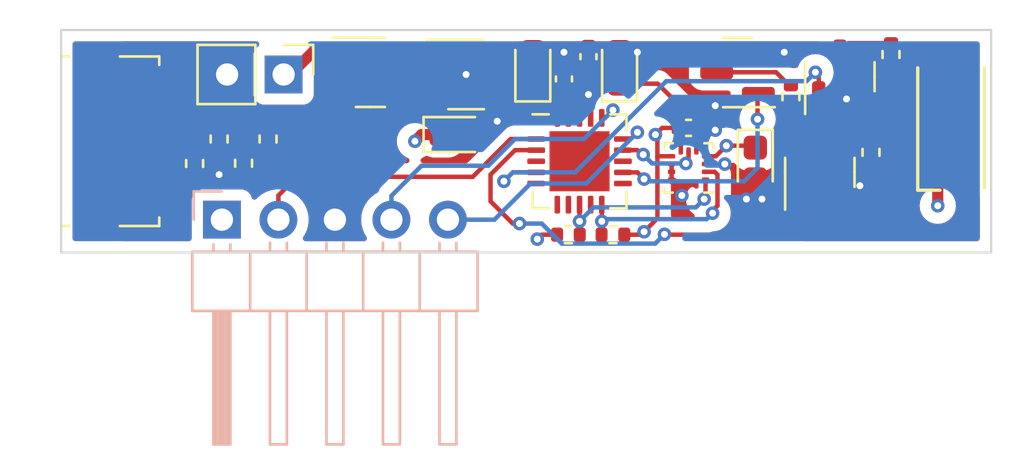
<source format=kicad_pcb>
(kicad_pcb (version 20211014) (generator pcbnew)
  (title_block (title "Motion Sensor Experience") (date "2022-06-09") (rev "0.1") (company "Emin Yaren"))
  (layers (0 "F.Cu" signal "Ö.Bkr") (1 "In1.Cu" signal "İç1.Bkr") (2 "In2.Cu" signal "İç2.Bkr") (31 "B.Cu" signal "A.Bkr") (34 "B.Paste" user "A.Krem Lehim") (35 "F.Paste" user "Ö.Krem Lehim") (36 "B.SilkS" user "A. ipek baskı") (37 "F.SilkS" user "Ö.İpek baskı") (38 "B.Mask" user "A.Maske") (39 "F.Mask" user "Ö.Maske") (44 "Edge.Cuts" user "Kenar.Kesimleri"))
  (net 0 "")
  (net 1 "VDD")
  (net 2 "GND")
  (net 3 "VCC")
  (net 4 "+3V3")
  (net 5 "+5V")
  (net 6 "Net-(D2-Pad2)")
  (net 7 "Net-(D2-Pad3)")
  (net 8 "Net-(D2-Pad4)")
  (net 9 "D-")
  (net 10 "D+")
  (net 12 "unconnected-(J1-Pad6)")
  (net 13 "MCLR")
  (net 14 "ICPDDAT")
  (net 15 "ICPCLK")
  (net 16 "RED")
  (net 17 "Net-(Q1-Pad3)")
  (net 18 "GREEN")
  (net 19 "Net-(Q2-Pad3)")
  (net 20 "BLUE")
  (net 21 "Net-(Q3-Pad3)")
  (net 22 "SDA{slash}SDI")
  (net 23 "SCL{slash}SPC")
  (net 30 "INT")
  (footprint "Resistor_SMD:R_0402_1005Metric" (layer "F.Cu") (at 27.7 23.59 -90)
    (fp_text reference "R4")
    (fp_text value "10K")
    (fp_line (start -0.153641 0.38) (end 0.153641 0.38) (layer "F.SilkS") (width 0.12))
    (fp_line (start -0.153641 -0.38) (end 0.153641 -0.38) (layer "F.SilkS") (width 0.12))
    (pad "1" smd roundrect (at -0.51 0 270) (size 0.54 0.64) (layers "F.Cu" "F.Paste" "F.Mask") (net 9 "D-"))
    (pad "2" smd roundrect (at 0.51 0 270) (size 0.54 0.64) (layers "F.Cu" "F.Paste" "F.Mask") (net 2 "GND"))
  )
  (footprint "Capacitor_Tantalum_SMD:CP_EIA-1608-08_AVX-J" (layer "F.Cu") (at 50.7 23.6 -90)
    (fp_text reference "C7")
    (fp_text value "10u aluminium")
    (fp_line (start -1.51 -0.785) (end -1.51 0.785) (layer "F.SilkS") (width 0.12))
    (fp_line (start -1.51 0.785) (end 0.8 0.785) (layer "F.SilkS") (width 0.12))
    (fp_line (start 0.8 -0.785) (end -1.51 -0.785) (layer "F.SilkS") (width 0.12))
    (pad "1" smd roundrect (at -0.7125 0 270) (size 1.075 1.05) (layers "F.Cu" "F.Paste" "F.Mask") (roundrect_rratio 0.2380952381) (net 4 "+3V3"))
    (pad "2" smd roundrect (at 0.7125 0 270) (size 1.075 1.05) (layers "F.Cu" "F.Paste" "F.Mask") (roundrect_rratio 0.2380952381) (net 2 "GND"))
  )
  (footprint "Package_TO_SOT_SMD:SOT-23" (layer "F.Cu") (at 54.5 19.7 90)
    (fp_text reference "Q2")
    (fp_text value "2N7002")
    (fp_line (start 0 -1.56) (end 0.65 -1.56) (layer "F.SilkS") (width 0.12))
    (fp_line (start 0 -1.56) (end -1.675 -1.56) (layer "F.SilkS") (width 0.12))
    (fp_line (start 0 1.56) (end -0.65 1.56) (layer "F.SilkS") (width 0.12))
    (fp_line (start 0 1.56) (end 0.65 1.56) (layer "F.SilkS") (width 0.12))
    (pad "1" smd roundrect (at -0.9375 -0.95 90) (size 1.475 0.6) (layers "F.Cu" "F.Paste" "F.Mask") (net 18 "GREEN"))
    (pad "2" smd roundrect (at -0.9375 0.95 90) (size 1.475 0.6) (layers "F.Cu" "F.Paste" "F.Mask") (net 2 "GND"))
    (pad "3" smd roundrect (at 0.9375 0 90) (size 1.475 0.6) (layers "F.Cu" "F.Paste" "F.Mask") (net 19 "Net-(Q2-Pad3)"))
  )
  (footprint "Resistor_SMD:R_0402_1005Metric" (layer "F.Cu") (at 42.3 26.8)
    (fp_text reference "R9")
    (fp_text value "10K")
    (fp_line (start -0.153641 0.38) (end 0.153641 0.38) (layer "F.SilkS") (width 0.12))
    (fp_line (start -0.153641 -0.38) (end 0.153641 -0.38) (layer "F.SilkS") (width 0.12))
    (pad "1" smd roundrect (at -0.51 0) (size 0.54 0.64) (layers "F.Cu" "F.Paste" "F.Mask") (net 4 "+3V3"))
    (pad "2" smd roundrect (at 0.51 0) (size 0.54 0.64) (layers "F.Cu" "F.Paste" "F.Mask") (net 23 "SCL{slash}SPC"))
  )
  (footprint "Capacitor_SMD:C_0402_1005Metric" (layer "F.Cu") (at 42.1 19.8 90)
    (fp_text reference "C5")
    (fp_text value "100n")
    (fp_line (start -0.107836 -0.36) (end 0.107836 -0.36) (layer "F.SilkS") (width 0.12))
    (fp_line (start -0.107836 0.36) (end 0.107836 0.36) (layer "F.SilkS") (width 0.12))
    (pad "1" smd roundrect (at -0.48 0 90) (size 0.56 0.62) (layers "F.Cu" "F.Paste" "F.Mask") (net 4 "+3V3"))
    (pad "2" smd roundrect (at 0.48 0 90) (size 0.56 0.62) (layers "F.Cu" "F.Paste" "F.Mask") (net 2 "GND"))
  )
  (footprint "Connector_USB:USB_Micro-B_Molex_47346-0001" (layer "F.Cu") (at 22.2 22.6 -90)
    (fp_text reference "J1")
    (fp_text value "USB_B_Micro")
    (fp_line (start -3.81 -1.71) (end -3.43 -1.71) (layer "F.SilkS") (width 0.12))
    (fp_line (start 3.81 -1.71) (end 3.43 -1.71) (layer "F.SilkS") (width 0.12))
    (fp_line (start 3.81 2.34) (end 3.81 2.6) (layer "F.SilkS") (width 0.12))
    (fp_line (start 3.81 -1.71) (end 3.81 0.06) (layer "F.SilkS") (width 0.12))
    (fp_line (start -3.81 0.06) (end -3.81 -1.71) (layer "F.SilkS") (width 0.12))
    (fp_line (start -3.81 2.6) (end -3.81 2.34) (layer "F.SilkS") (width 0.12))
    (pad "1" smd rect (at -1.3 -1.46 270) (size 0.45 1.38) (layers "F.Cu" "F.Paste" "F.Mask") (net 5 "+5V"))
    (pad "2" smd rect (at -0.65 -1.46 270) (size 0.45 1.38) (layers "F.Cu" "F.Paste" "F.Mask") (net 9 "D-"))
    (pad "3" smd rect (at 0 -1.46 270) (size 0.45 1.38) (layers "F.Cu" "F.Paste" "F.Mask") (net 10 "D+"))
    (pad "4" smd rect (at 0.65 -1.46 270) (size 0.45 1.38) (layers "F.Cu" "F.Paste" "F.Mask"))
    (pad "5" smd rect (at 1.3 -1.46 270) (size 0.45 1.38) (layers "F.Cu" "F.Paste" "F.Mask") (net 2 "GND"))
    (pad "6" smd rect (at -2.4875 -1.375 270) (size 1.425 1.55) (layers "F.Cu" "F.Paste" "F.Mask") (net 12 "unconnected-(J1-Pad6)"))
    (pad "6" smd rect (at 2.4875 -1.375 270) (size 1.425 1.55) (layers "F.Cu" "F.Paste" "F.Mask") (net 12 "unconnected-(J1-Pad6)"))
    (pad "6" smd rect (at 1.55 1.2 270) (size 1 1.9) (layers "F.Cu" "F.Paste" "F.Mask") (net 12 "unconnected-(J1-Pad6)"))
    (pad "6" smd rect (at -1.15 1.2 270) (size 1.8 1.9) (layers "F.Cu" "F.Paste" "F.Mask") (net 12 "unconnected-(J1-Pad6)"))
    (pad "6" smd rect (at -3.375 1.2 270) (size 1.65 1.3) (layers "F.Cu" "F.Paste" "F.Mask") (net 12 "unconnected-(J1-Pad6)"))
    (pad "6" smd rect (at 3.375 1.2 270) (size 1.65 1.3) (layers "F.Cu" "F.Paste" "F.Mask") (net 12 "unconnected-(J1-Pad6)"))
  )
  (footprint "Capacitor_Tantalum_SMD:CP_EIA-1608-08_AVX-J" (layer "F.Cu") (at 44.6 19.3 90)
    (fp_text reference "C3")
    (fp_text value "4.7u")
    (fp_line (start 0.8 -0.785) (end -1.51 -0.785) (layer "F.SilkS") (width 0.12))
    (fp_line (start -1.51 -0.785) (end -1.51 0.785) (layer "F.SilkS") (width 0.12))
    (fp_line (start -1.51 0.785) (end 0.8 0.785) (layer "F.SilkS") (width 0.12))
    (pad "1" smd roundrect (at -0.7125 0 90) (size 1.075 1.05) (layers "F.Cu" "F.Paste" "F.Mask") (roundrect_rratio 0.2380952381) (net 4 "+3V3"))
    (pad "2" smd roundrect (at 0.7125 0 90) (size 1.075 1.05) (layers "F.Cu" "F.Paste" "F.Mask") (roundrect_rratio 0.2380952381) (net 2 "GND"))
  )
  (footprint "Package_TO_SOT_SMD:SOT-23-5" (layer "F.Cu") (at 37.7 19.6)
    (fp_text reference "U1")
    (fp_text value "TPS76333")
    (fp_line (start 0 1.56) (end 0.8 1.56) (layer "F.SilkS") (width 0.12))
    (fp_line (start 0 1.56) (end -0.8 1.56) (layer "F.SilkS") (width 0.12))
    (fp_line (start 0 -1.56) (end -1.8 -1.56) (layer "F.SilkS") (width 0.12))
    (fp_line (start 0 -1.56) (end 0.8 -1.56) (layer "F.SilkS") (width 0.12))
    (pad "1" smd roundrect (at -1.1375 -0.95) (size 1.325 0.6) (layers "F.Cu" "F.Paste" "F.Mask") (net 3 "VCC"))
    (pad "2" smd roundrect (at -1.1375 0) (size 1.325 0.6) (layers "F.Cu" "F.Paste" "F.Mask") (net 2 "GND"))
    (pad "3" smd roundrect (at -1.1375 0.95) (size 1.325 0.6) (layers "F.Cu" "F.Paste" "F.Mask") (net 3 "VCC"))
    (pad "4" smd roundrect (at 1.1375 0.95) (size 1.325 0.6) (layers "F.Cu" "F.Paste" "F.Mask"))
    (pad "5" smd roundrect (at 1.1375 -0.95) (size 1.325 0.6) (layers "F.Cu" "F.Paste" "F.Mask") (net 4 "+3V3"))
  )
  (footprint "Package_TO_SOT_SMD:SOT-23" (layer "F.Cu") (at 33.4 19.5)
    (fp_text reference "D1")
    (fp_text value "BAT54C")
    (fp_line (start 0 1.56) (end 0.65 1.56) (layer "F.SilkS") (width 0.12))
    (fp_line (start 0 1.56) (end -0.65 1.56) (layer "F.SilkS") (width 0.12))
    (fp_line (start 0 -1.56) (end 0.65 -1.56) (layer "F.SilkS") (width 0.12))
    (fp_line (start 0 -1.56) (end -1.675 -1.56) (layer "F.SilkS") (width 0.12))
    (pad "1" smd roundrect (at -0.9375 -0.95) (size 1.475 0.6) (layers "F.Cu" "F.Paste" "F.Mask") (net 1 "VDD"))
    (pad "2" smd roundrect (at -0.9375 0.95) (size 1.475 0.6) (layers "F.Cu" "F.Paste" "F.Mask") (net 5 "+5V"))
    (pad "3" smd roundrect (at 0.9375 0) (size 1.475 0.6) (layers "F.Cu" "F.Paste" "F.Mask") (net 3 "VCC"))
  )
  (footprint "Capacitor_Tantalum_SMD:CP_EIA-1608-08_AVX-J" (layer "F.Cu") (at 37.3 22.3)
    (fp_text reference "C1")
    (fp_text value "1u")
    (fp_line (start -1.51 0.785) (end 0.8 0.785) (layer "F.SilkS") (width 0.12))
    (fp_line (start -1.51 -0.785) (end -1.51 0.785) (layer "F.SilkS") (width 0.12))
    (fp_line (start 0.8 -0.785) (end -1.51 -0.785) (layer "F.SilkS") (width 0.12))
    (pad "1" smd roundrect (at -0.7125 0) (size 1.075 1.05) (layers "F.Cu" "F.Paste" "F.Mask") (roundrect_rratio 0.2380952381) (net 3 "VCC"))
    (pad "2" smd roundrect (at 0.7125 0) (size 1.075 1.05) (layers "F.Cu" "F.Paste" "F.Mask") (roundrect_rratio 0.2380952381) (net 2 "GND"))
  )
  (footprint "Resistor_SMD:R_0402_1005Metric" (layer "F.Cu") (at 55.9 23.1 90)
    (fp_text reference "R5")
    (fp_text value "1K")
    (fp_line (start -0.153641 -0.38) (end 0.153641 -0.38) (layer "F.SilkS") (width 0.12))
    (fp_line (start -0.153641 0.38) (end 0.153641 0.38) (layer "F.SilkS") (width 0.12))
    (pad "1" smd roundrect (at -0.51 0 90) (size 0.54 0.64) (layers "F.Cu" "F.Paste" "F.Mask") (net 6 "Net-(D2-Pad2)"))
    (pad "2" smd roundrect (at 0.51 0 90) (size 0.54 0.64) (layers "F.Cu" "F.Paste" "F.Mask") (net 17 "Net-(Q1-Pad3)"))
  )
  (footprint "Package_LGA:LGA-14_2x2mm_P0.35mm_LayoutBorder3x4y" (layer "F.Cu") (at 47.7 23.8 180)
    (fp_text reference "U3")
    (fp_text value "LIS2DH12")
    (fp_line (start 1.11 -1.11) (end 1.11 -0.885) (layer "F.SilkS") (width 0.12))
    (fp_line (start 1.11 1.11) (end 1.11 0.885) (layer "F.SilkS") (width 0.12))
    (fp_line (start -1.11 1.11) (end -1.11 0.885) (layer "F.SilkS") (width 0.12))
    (fp_line (start 0.71 1.11) (end 1.11 1.11) (layer "F.SilkS") (width 0.12))
    (fp_line (start -0.71 1.11) (end -1.11 1.11) (layer "F.SilkS") (width 0.12))
    (fp_line (start 0.71 -1.11) (end 1.11 -1.11) (layer "F.SilkS") (width 0.12))
    (fp_line (start -0.71 -1.11) (end -1.11 -1.11) (layer "F.SilkS") (width 0.12))
    (pad "1" smd roundrect (at -0.7625 -0.525 180) (size 0.325 0.2) (layers "F.Cu" "F.Paste" "F.Mask") (net 23 "SCL{slash}SPC"))
    (pad "2" smd roundrect (at -0.7625 -0.175 180) (size 0.325 0.2) (layers "F.Cu" "F.Paste" "F.Mask") (net 22 "SDA{slash}SDI"))
    (pad "3" smd roundrect (at -0.7625 0.175 180) (size 0.325 0.2) (layers "F.Cu" "F.Paste" "F.Mask") (net 2 "GND"))
    (pad "4" smd roundrect (at -0.7625 0.525 180) (size 0.325 0.2) (layers "F.Cu" "F.Paste" "F.Mask") (net 4 "+3V3"))
    (pad "5" smd roundrect (at -0.35 0.7625 180) (size 0.2 0.325) (layers "F.Cu" "F.Paste" "F.Mask") (net 2 "GND"))
    (pad "6" smd roundrect (at 0 0.7625 180) (size 0.2 0.325) (layers "F.Cu" "F.Paste" "F.Mask") (net 30 "INT"))
    (pad "7" smd roundrect (at 0.35 0.7625 180) (size 0.2 0.325) (layers "F.Cu" "F.Paste" "F.Mask") (net 4 "+3V3"))
    (pad "8" smd roundrect (at 0.7625 0.525 180) (size 0.325 0.2) (layers "F.Cu" "F.Paste" "F.Mask") (net 4 "+3V3"))
    (pad "9" smd roundrect (at 0.7625 0.175 180) (size 0.325 0.2) (layers "F.Cu" "F.Paste" "F.Mask") (net 2 "GND"))
    (pad "10" smd roundrect (at 0.7625 -0.175 180) (size 0.325 0.2) (layers "F.Cu" "F.Paste" "F.Mask") (net 2 "GND"))
    (pad "11" smd roundrect (at 0.7625 -0.525 180) (size 0.325 0.2) (layers "F.Cu" "F.Paste" "F.Mask") (net 2 "GND"))
    (pad "12" smd roundrect (at 0.35 -0.7625 180) (size 0.2 0.325) (layers "F.Cu" "F.Paste" "F.Mask") (net 2 "GND"))
    (pad "13" smd roundrect (at 0 -0.7625 180) (size 0.2 0.325) (layers "F.Cu" "F.Paste" "F.Mask") (net 2 "GND"))
    (pad "14" smd roundrect (at -0.35 -0.7625 180) (size 0.2 0.325) (layers "F.Cu" "F.Paste" "F.Mask") (net 2 "GND"))
  )
  (footprint "Package_TO_SOT_SMD:SOT-23" (layer "F.Cu") (at 53.6 24 90)
    (fp_text reference "Q1")
    (fp_text value "2N7002")
    (fp_line (start 0 -1.56) (end -1.675 -1.56) (layer "F.SilkS") (width 0.12))
    (fp_line (start 0 1.56) (end -0.65 1.56) (layer "F.SilkS") (width 0.12))
    (fp_line (start 0 -1.56) (end 0.65 -1.56) (layer "F.SilkS") (width 0.12))
    (fp_line (start 0 1.56) (end 0.65 1.56) (layer "F.SilkS") (width 0.12))
    (pad "1" smd roundrect (at -0.9375 -0.95 90) (size 1.475 0.6) (layers "F.Cu" "F.Paste" "F.Mask") (net 16 "RED"))
    (pad "2" smd roundrect (at -0.9375 0.95 90) (size 1.475 0.6) (layers "F.Cu" "F.Paste" "F.Mask") (net 2 "GND"))
    (pad "3" smd roundrect (at 0.9375 0 90) (size 1.475 0.6) (layers "F.Cu" "F.Paste" "F.Mask") (net 17 "Net-(Q1-Pad3)"))
  )
  (footprint "Resistor_SMD:R_0402_1005Metric" (layer "F.Cu") (at 26.6 22.5 -90)
    (fp_text reference "R1")
    (fp_text value "5.1K")
    (fp_line (start -0.153641 -0.38) (end 0.153641 -0.38) (layer "F.SilkS") (width 0.12))
    (fp_line (start -0.153641 0.38) (end 0.153641 0.38) (layer "F.SilkS") (width 0.12))
    (pad "1" smd roundrect (at -0.51 0 270) (size 0.54 0.64) (layers "F.Cu" "F.Paste" "F.Mask") (net 5 "+5V"))
    (pad "2" smd roundrect (at 0.51 0 270) (size 0.54 0.64) (layers "F.Cu" "F.Paste" "F.Mask") (net 10 "D+"))
  )
  (footprint "Resistor_SMD:R_0402_1005Metric" (layer "F.Cu") (at 28.8 22.5 -90)
    (fp_text reference "R3")
    (fp_text value "5.1K")
    (fp_line (start -0.153641 -0.38) (end 0.153641 -0.38) (layer "F.SilkS") (width 0.12))
    (fp_line (start -0.153641 0.38) (end 0.153641 0.38) (layer "F.SilkS") (width 0.12))
    (pad "1" smd roundrect (at -0.51 0 270) (size 0.54 0.64) (layers "F.Cu" "F.Paste" "F.Mask") (net 5 "+5V"))
    (pad "2" smd roundrect (at 0.51 0 270) (size 0.54 0.64) (layers "F.Cu" "F.Paste" "F.Mask") (net 9 "D-"))
  )
  (footprint "Resistor_SMD:R_0402_1005Metric" (layer "F.Cu") (at 52.3 20.6 90)
    (fp_text reference "R7")
    (fp_text value "1K")
    (fp_line (start -0.153641 -0.38) (end 0.153641 -0.38) (layer "F.SilkS") (width 0.12))
    (fp_line (start -0.153641 0.38) (end 0.153641 0.38) (layer "F.SilkS") (width 0.12))
    (pad "1" smd roundrect (at -0.51 0 90) (size 0.54 0.64) (layers "F.Cu" "F.Paste" "F.Mask") (net 8 "Net-(D2-Pad4)"))
    (pad "2" smd roundrect (at 0.51 0 90) (size 0.54 0.64) (layers "F.Cu" "F.Paste" "F.Mask") (net 21 "Net-(Q3-Pad3)"))
  )
  (footprint "Capacitor_SMD:C_0402_1005Metric" (layer "F.Cu") (at 43.2 18.8 90)
    (fp_text reference "C6")
    (fp_text value "100n")
    (fp_line (start -0.107836 -0.36) (end 0.107836 -0.36) (layer "F.SilkS") (width 0.12))
    (fp_line (start -0.107836 0.36) (end 0.107836 0.36) (layer "F.SilkS") (width 0.12))
    (pad "1" smd roundrect (at -0.48 0 90) (size 0.56 0.62) (layers "F.Cu" "F.Paste" "F.Mask") (net 4 "+3V3"))
    (pad "2" smd roundrect (at 0.48 0 90) (size 0.56 0.62) (layers "F.Cu" "F.Paste" "F.Mask") (net 2 "GND"))
  )
  (footprint "LED_SMD:LED_RGB_1210" (layer "F.Cu") (at 59.5 22 90)
    (fp_text reference "D2")
    (fp_text value "LED_ARGB")
    (fp_line (start -2.8 -0.5) (end -2.8 -1.5) (layer "F.SilkS") (width 0.15))
    (fp_line (start 2.7 -1.5) (end -2.8 -1.5) (layer "F.SilkS") (width 0.15))
    (fp_line (start 2.7 1.5) (end -2.7 1.5) (layer "F.SilkS") (width 0.15))
    (pad "1" smd rect (at -1.75 -0.7 270) (size 1.5 1) (layers "F.Cu" "F.Paste" "F.Mask") (net 3 "VCC"))
    (pad "2" smd rect (at -1.75 0.7 270) (size 1.5 1) (layers "F.Cu" "F.Paste" "F.Mask") (net 6 "Net-(D2-Pad2)"))
    (pad "3" smd rect (at 1.75 0.7 270) (size 1.5 1) (layers "F.Cu" "F.Paste" "F.Mask") (net 7 "Net-(D2-Pad3)"))
    (pad "4" smd rect (at 1.75 -0.7 270) (size 1.5 1) (layers "F.Cu" "F.Paste" "F.Mask") (net 8 "Net-(D2-Pad4)"))
  )
  (footprint "Capacitor_Tantalum_SMD:CP_EIA-1608-08_AVX-J" (layer "F.Cu") (at 40.7 19.3 90)
    (fp_text reference "C2")
    (fp_text value "4.7u")
    (fp_line (start -1.51 0.785) (end 0.8 0.785) (layer "F.SilkS") (width 0.12))
    (fp_line (start -1.51 -0.785) (end -1.51 0.785) (layer "F.SilkS") (width 0.12))
    (fp_line (start 0.8 -0.785) (end -1.51 -0.785) (layer "F.SilkS") (width 0.12))
    (pad "1" smd roundrect (at -0.7125 0 90) (size 1.075 1.05) (layers "F.Cu" "F.Paste" "F.Mask") (roundrect_rratio 0.2380952381) (net 4 "+3V3"))
    (pad "2" smd roundrect (at 0.7125 0 90) (size 1.075 1.05) (layers "F.Cu" "F.Paste" "F.Mask") (roundrect_rratio 0.2380952381) (net 2 "GND"))
  )
  (footprint "Package_TO_SOT_SMD:SOT-23" (layer "F.Cu") (at 49.9 19.51 180)
    (fp_text reference "Q3")
    (fp_text value "2N7002")
    (fp_line (start 0 1.56) (end -0.65 1.56) (layer "F.SilkS") (width 0.12))
    (fp_line (start 0 -1.56) (end 0.65 -1.56) (layer "F.SilkS") (width 0.12))
    (fp_line (start 0 1.56) (end 0.65 1.56) (layer "F.SilkS") (width 0.12))
    (fp_line (start 0 -1.56) (end -1.675 -1.56) (layer "F.SilkS") (width 0.12))
    (pad "1" smd roundrect (at -0.9375 -0.95 180) (size 1.475 0.6) (layers "F.Cu" "F.Paste" "F.Mask") (net 20 "BLUE"))
    (pad "2" smd roundrect (at -0.9375 0.95 180) (size 1.475 0.6) (layers "F.Cu" "F.Paste" "F.Mask") (net 2 "GND"))
    (pad "3" smd roundrect (at 0.9375 0 180) (size 1.475 0.6) (layers "F.Cu" "F.Paste" "F.Mask") (net 21 "Net-(Q3-Pad3)"))
  )
  (footprint "Connector_PinHeader_2.54mm:PinHeader_1x02_P2.54mm_Vertical" (layer "F.Cu") (at 29.5 19.6 -90)
    (fp_text reference "BT1")
    (fp_text value "9V BAT")
    (fp_line (start -1.33 1.27) (end -1.33 3.87) (layer "F.SilkS") (width 0.12))
    (fp_line (start -1.33 0) (end -1.33 -1.33) (layer "F.SilkS") (width 0.12))
    (fp_line (start -1.33 3.87) (end 1.33 3.87) (layer "F.SilkS") (width 0.12))
    (fp_line (start -1.33 -1.33) (end 0 -1.33) (layer "F.SilkS") (width 0.12))
    (fp_line (start -1.33 1.27) (end 1.33 1.27) (layer "F.SilkS") (width 0.12))
    (fp_line (start 1.33 1.27) (end 1.33 3.87) (layer "F.SilkS") (width 0.12))
    (pad "1" thru_hole rect (at 0 0 270) (size 1.7 1.7) (drill 1) (layers *.Cu *.Mask) (net 1 "VDD"))
    (pad "2" thru_hole oval (at 0 2.54 270) (size 1.7 1.7) (drill 1) (layers *.Cu *.Mask) (net 2 "GND"))
  )
  (footprint "Resistor_SMD:R_0402_1005Metric" (layer "F.Cu") (at 56.8 18.7 90)
    (fp_text reference "R6")
    (fp_text value "1K")
    (fp_line (start -0.153641 -0.38) (end 0.153641 -0.38) (layer "F.SilkS") (width 0.12))
    (fp_line (start -0.153641 0.38) (end 0.153641 0.38) (layer "F.SilkS") (width 0.12))
    (pad "1" smd roundrect (at -0.51 0 90) (size 0.54 0.64) (layers "F.Cu" "F.Paste" "F.Mask") (net 7 "Net-(D2-Pad3)"))
    (pad "2" smd roundrect (at 0.51 0 90) (size 0.54 0.64) (layers "F.Cu" "F.Paste" "F.Mask") (net 19 "Net-(Q2-Pad3)"))
  )
  (footprint "Capacitor_SMD:C_0402_1005Metric" (layer "F.Cu") (at 47.7 22)
    (fp_text reference "C4")
    (fp_text value "100n")
    (fp_line (start -0.107836 -0.36) (end 0.107836 -0.36) (layer "F.SilkS") (width 0.12))
    (fp_line (start -0.107836 0.36) (end 0.107836 0.36) (layer "F.SilkS") (width 0.12))
    (pad "1" smd roundrect (at -0.48 0) (size 0.56 0.62) (layers "F.Cu" "F.Paste" "F.Mask") (net 4 "+3V3"))
    (pad "2" smd roundrect (at 0.48 0) (size 0.56 0.62) (layers "F.Cu" "F.Paste" "F.Mask") (net 2 "GND"))
  )
  (footprint "Resistor_SMD:R_0402_1005Metric" (layer "F.Cu") (at 44.3 26.8 180)
    (fp_text reference "R8")
    (fp_text value "10K")
    (fp_line (start -0.153641 0.38) (end 0.153641 0.38) (layer "F.SilkS") (width 0.12))
    (fp_line (start -0.153641 -0.38) (end 0.153641 -0.38) (layer "F.SilkS") (width 0.12))
    (pad "1" smd roundrect (at -0.51 0 180) (size 0.54 0.64) (layers "F.Cu" "F.Paste" "F.Mask") (net 4 "+3V3"))
    (pad "2" smd roundrect (at 0.51 0 180) (size 0.54 0.64) (layers "F.Cu" "F.Paste" "F.Mask") (net 22 "SDA{slash}SDI"))
  )
  (footprint "Package_DFN_QFN:QFN-20-1EP_4x4mm_P0.5mm_EP2.7x2.7mm" (layer "F.Cu") (at 42.8 23.5)
    (fp_text reference "U2")
    (fp_text value "PIC16F1509-IML")
    (fp_line (start 1.385 -2.11) (end 2.11 -2.11) (layer "F.SilkS") (width 0.12))
    (fp_line (start -1.385 -2.11) (end -2.11 -2.11) (layer "F.SilkS") (width 0.12))
    (fp_line (start -2.11 2.11) (end -2.11 1.385) (layer "F.SilkS") (width 0.12))
    (fp_line (start -1.385 2.11) (end -2.11 2.11) (layer "F.SilkS") (width 0.12))
    (fp_line (start 2.11 -2.11) (end 2.11 -1.385) (layer "F.SilkS") (width 0.12))
    (fp_line (start 2.11 2.11) (end 2.11 1.385) (layer "F.SilkS") (width 0.12))
    (fp_line (start 1.385 2.11) (end 2.11 2.11) (layer "F.SilkS") (width 0.12))
    (pad "1" smd roundrect (at -1.95 -1) (size 0.8 0.25) (layers "F.Cu" "F.Paste" "F.Mask") (net 13 "MCLR"))
    (pad "2" smd roundrect (at -1.95 -0.5) (size 0.8 0.25) (layers "F.Cu" "F.Paste" "F.Mask") (net 16 "RED"))
    (pad "3" smd roundrect (at -1.95 0) (size 0.8 0.25) (layers "F.Cu" "F.Paste" "F.Mask"))
    (pad "4" smd roundrect (at -1.95 0.5) (size 0.8 0.25) (layers "F.Cu" "F.Paste" "F.Mask") (net 18 "GREEN"))
    (pad "5" smd roundrect (at -1.95 1) (size 0.8 0.25) (layers "F.Cu" "F.Paste" "F.Mask"))
    (pad "6" smd roundrect (at -1 1.95) (size 0.25 0.8) (layers "F.Cu" "F.Paste" "F.Mask"))
    (pad "7" smd roundrect (at -0.5 1.95) (size 0.25 0.8) (layers "F.Cu" "F.Paste" "F.Mask"))
    (pad "8" smd roundrect (at 0 1.95) (size 0.25 0.8) (layers "F.Cu" "F.Paste" "F.Mask") (net 23 "SCL{slash}SPC"))
    (pad "9" smd roundrect (at 0.5 1.95) (size 0.25 0.8) (layers "F.Cu" "F.Paste" "F.Mask"))
    (pad "10" smd roundrect (at 1 1.95) (size 0.25 0.8) (layers "F.Cu" "F.Paste" "F.Mask") (net 22 "SDA{slash}SDI"))
    (pad "11" smd roundrect (at 1.95 1) (size 0.8 0.25) (layers "F.Cu" "F.Paste" "F.Mask"))
    (pad "12" smd roundrect (at 1.95 0.5) (size 0.8 0.25) (layers "F.Cu" "F.Paste" "F.Mask") (net 20 "BLUE"))
    (pad "13" smd roundrect (at 1.95 0) (size 0.8 0.25) (layers "F.Cu" "F.Paste" "F.Mask"))
    (pad "14" smd roundrect (at 1.95 -0.5) (size 0.8 0.25) (layers "F.Cu" "F.Paste" "F.Mask") (net 30 "INT"))
    (pad "15" smd roundrect (at 1.95 -1) (size 0.8 0.25) (layers "F.Cu" "F.Paste" "F.Mask") (net 15 "ICPCLK"))
    (pad "16" smd roundrect (at 1 -1.95) (size 0.25 0.8) (layers "F.Cu" "F.Paste" "F.Mask") (net 14 "ICPDDAT"))
    (pad "17" smd roundrect (at 0.5 -1.95) (size 0.25 0.8) (layers "F.Cu" "F.Paste" "F.Mask") (net 2 "GND"))
    (pad "18" smd roundrect (at 0 -1.95) (size 0.25 0.8) (layers "F.Cu" "F.Paste" "F.Mask") (net 4 "+3V3"))
    (pad "19" smd roundrect (at -0.5 -1.95) (size 0.25 0.8) (layers "F.Cu" "F.Paste" "F.Mask"))
    (pad "20" smd roundrect (at -1 -1.95) (size 0.25 0.8) (layers "F.Cu" "F.Paste" "F.Mask"))
    (pad "21" smd rect (at 0 0) (size 2.7 2.7) (layers "F.Cu" "F.Mask"))
  )
  (footprint "Resistor_SMD:R_0402_1005Metric" (layer "F.Cu") (at 25.5 23.6 -90)
    (fp_text reference "R2")
    (fp_text value "10K")
    (fp_line (start -0.153641 0.38) (end 0.153641 0.38) (layer "F.SilkS") (width 0.12))
    (fp_line (start -0.153641 -0.38) (end 0.153641 -0.38) (layer "F.SilkS") (width 0.12))
    (pad "1" smd roundrect (at -0.51 0 270) (size 0.54 0.64) (layers "F.Cu" "F.Paste" "F.Mask") (net 10 "D+"))
    (pad "2" smd roundrect (at 0.51 0 270) (size 0.54 0.64) (layers "F.Cu" "F.Paste" "F.Mask") (net 2 "GND"))
  )
  (footprint "Connector_PinHeader_2.54mm:PinHeader_1x05_P2.54mm_Horizontal" (layer "B.Cu") (at 26.725 26.125 -90)
    (fp_text reference "J2")
    (fp_text value "Conn_01x05")
    (fp_line (start 10.1 -9.78) (end 10.1 -10.54) (layer "B.SilkS") (width 0.12))
    (fp_line (start 4.1 -0.28) (end 10.1 -0.28) (layer "B.SilkS") (width 0.12))
    (fp_line (start 10.1 -7.24) (end 10.1 -8) (layer "B.SilkS") (width 0.12))
    (fp_line (start 4.1 1.33) (end 1.44 1.33) (layer "B.SilkS") (width 0.12))
    (fp_line (start 1.11 -0.38) (end 1.44 -0.38) (layer "B.SilkS") (width 0.12))
    (fp_line (start 4.1 0.38) (end 10.1 0.38) (layer "B.SilkS") (width 0.12))
    (fp_line (start 4.1 -11.49) (end 4.1 1.33) (layer "B.SilkS") (width 0.12))
    (fp_line (start 1.44 1.33) (end 1.44 -11.49) (layer "B.SilkS") (width 0.12))
    (fp_line (start 10.1 0.38) (end 10.1 -0.38) (layer "B.SilkS") (width 0.12))
    (fp_line (start 1.042929 -2.92) (end 1.44 -2.92) (layer "B.SilkS") (width 0.12))
    (fp_line (start 4.1 -9.78) (end 10.1 -9.78) (layer "B.SilkS") (width 0.12))
    (fp_line (start 1.44 -6.35) (end 4.1 -6.35) (layer "B.SilkS") (width 0.12))
    (fp_line (start 1.042929 -2.16) (end 1.44 -2.16) (layer "B.SilkS") (width 0.12))
    (fp_line (start 4.1 -2.16) (end 10.1 -2.16) (layer "B.SilkS") (width 0.12))
    (fp_line (start 1.11 0.38) (end 1.44 0.38) (layer "B.SilkS") (width 0.12))
    (fp_line (start 10.1 -4.7) (end 10.1 -5.46) (layer "B.SilkS") (width 0.12))
    (fp_line (start 4.1 -0.04) (end 10.1 -0.04) (layer "B.SilkS") (width 0.12))
    (fp_line (start 10.1 -8) (end 4.1 -8) (layer "B.SilkS") (width 0.12))
    (fp_line (start 4.1 -0.16) (end 10.1 -0.16) (layer "B.SilkS") (width 0.12))
    (fp_line (start 4.1 0.2) (end 10.1 0.2) (layer "B.SilkS") (width 0.12))
    (fp_line (start 10.1 -10.54) (end 4.1 -10.54) (layer "B.SilkS") (width 0.12))
    (fp_line (start 10.1 -0.38) (end 4.1 -0.38) (layer "B.SilkS") (width 0.12))
    (fp_line (start 1.44 -1.27) (end 4.1 -1.27) (layer "B.SilkS") (width 0.12))
    (fp_line (start 4.1 -7.24) (end 10.1 -7.24) (layer "B.SilkS") (width 0.12))
    (fp_line (start 1.44 -3.81) (end 4.1 -3.81) (layer "B.SilkS") (width 0.12))
    (fp_line (start -1.27 1.27) (end 0 1.27) (layer "B.SilkS") (width 0.12))
    (fp_line (start 1.042929 -7.24) (end 1.44 -7.24) (layer "B.SilkS") (width 0.12))
    (fp_line (start 1.44 -8.89) (end 4.1 -8.89) (layer "B.SilkS") (width 0.12))
    (fp_line (start 10.1 -2.92) (end 4.1 -2.92) (layer "B.SilkS") (width 0.12))
    (fp_line (start 1.042929 -4.7) (end 1.44 -4.7) (layer "B.SilkS") (width 0.12))
    (fp_line (start 1.042929 -10.54) (end 1.44 -10.54) (layer "B.SilkS") (width 0.12))
    (fp_line (start 1.44 -11.49) (end 4.1 -11.49) (layer "B.SilkS") (width 0.12))
    (fp_line (start 1.042929 -5.46) (end 1.44 -5.46) (layer "B.SilkS") (width 0.12))
    (fp_line (start 4.1 -4.7) (end 10.1 -4.7) (layer "B.SilkS") (width 0.12))
    (fp_line (start 1.042929 -8) (end 1.44 -8) (layer "B.SilkS") (width 0.12))
    (fp_line (start 10.1 -2.16) (end 10.1 -2.92) (layer "B.SilkS") (width 0.12))
    (fp_line (start -1.27 0) (end -1.27 1.27) (layer "B.SilkS") (width 0.12))
    (fp_line (start 1.042929 -9.78) (end 1.44 -9.78) (layer "B.SilkS") (width 0.12))
    (fp_line (start 4.1 0.32) (end 10.1 0.32) (layer "B.SilkS") (width 0.12))
    (fp_line (start 4.1 0.08) (end 10.1 0.08) (layer "B.SilkS") (width 0.12))
    (fp_line (start 10.1 -5.46) (end 4.1 -5.46) (layer "B.SilkS") (width 0.12))
    (pad "1" thru_hole rect (at 0 0 270) (size 1.7 1.7) (drill 1) (layers *.Cu *.Mask) (net 4 "+3V3"))
    (pad "2" thru_hole oval (at 0 -2.54 270) (size 1.7 1.7) (drill 1) (layers *.Cu *.Mask) (net 13 "MCLR"))
    (pad "3" thru_hole oval (at 0 -5.08 270) (size 1.7 1.7) (drill 1) (layers *.Cu *.Mask) (net 2 "GND"))
    (pad "4" thru_hole oval (at 0 -7.62 270) (size 1.7 1.7) (drill 1) (layers *.Cu *.Mask) (net 14 "ICPDDAT"))
    (pad "5" thru_hole oval (at 0 -10.16 270) (size 1.7 1.7) (drill 1) (layers *.Cu *.Mask) (net 15 "ICPCLK"))
  )
  (gr_rect (start 19.5 17.6) (end 61.3 27.6) (layer "Edge.Cuts") (width 0.1) (fill none))
  (segment (start 29.8 19.6) (end 29.5 19.6) (width 0.5) (layer "F.Cu") (net 1))
  (segment (start 30.85 18.55) (end 29.8 19.6) (width 0.5) (layer "F.Cu") (net 1))
  (segment (start 30.85 18.55) (end 32.4625 18.55) (width 0.5) (layer "F.Cu") (net 1))
  (segment (start 43.3 21.55) (end 43.3 20.6) (width 0.2) (layer "F.Cu") (net 2))
  (segment (start 55.4 24.6) (end 55.0625 24.9375) (width 0.2) (layer "F.Cu") (net 2))
  (segment (start 49.32807 23.625) (end 49.328362 23.624708) (width 0.2) (layer "F.Cu") (net 2))
  (segment (start 40.7 18.5875) (end 42.0875 18.5875) (width 0.2) (layer "F.Cu") (net 2))
  (segment (start 37.7 19.6) (end 36.5625 19.6) (width 0.2) (layer "F.Cu") (net 2))
  (segment (start 42.1 19.32) (end 42.1 18.6) (width 0.2) (layer "F.Cu") (net 2))
  (segment (start 48.18 22) (end 48.18 21.62) (width 0.2) (layer "F.Cu") (net 2))
  (segment (start 39.1 21.7) (end 38.5 22.3) (width 0.2) (layer "F.Cu") (net 2))
  (segment (start 44.6125 18.6) (end 44.6 18.5875) (width 0.2) (layer "F.Cu") (net 2))
  (segment (start 55.0625 24.9375) (end 54.55 24.9375) (width 0.2) (layer "F.Cu") (net 2))
  (segment (start 50.3 24.7125) (end 50.7 24.3125) (width 0.2) (layer "F.Cu") (net 2))
  (segment (start 54.8625 20.6375) (end 54.8 20.7) (width 0.2) (layer "F.Cu") (net 2))
  (segment (start 47.0625 24.5625) (end 47.35 24.5625) (width 0.2) (layer "F.Cu") (net 2))
  (segment (start 27.7 24.1) (end 26.6 24.1) (width 0.2) (layer "F.Cu") (net 2))
  (segment (start 52 18.6) (end 50.8775 18.6) (width 0.2) (layer "F.Cu") (net 2))
  (segment (start 55.45 20.6375) (end 54.8625 20.6375) (width 0.2) (layer "F.Cu") (net 2))
  (segment (start 26.59 24.11) (end 25.5 24.11) (width 0.2) (layer "F.Cu") (net 2))
  (segment (start 26.6 24.1) (end 26.59 24.11) (width 0.2) (layer "F.Cu") (net 2))
  (segment (start 42.0875 18.5875) (end 42.1 18.6) (width 0.2) (layer "F.Cu") (net 2))
  (segment (start 48.05 23.0375) (end 48.05 22.13) (width 0.2) (layer "F.Cu") (net 2))
  (segment (start 47.4 25.03998) (end 47.0625 24.70248) (width 0.2) (layer "F.Cu") (net 2))
  (segment (start 42.92 18.6) (end 42.1 18.6) (width 0.2) (layer "F.Cu") (net 2))
  (segment (start 51 24.6125) (end 50.7 24.3125) (width 0.2) (layer "F.Cu") (net 2))
  (segment (start 43.3 20.6) (end 43.2 20.5) (width 0.2) (layer "F.Cu") (net 2))
  (segment (start 47.0625 24.70248) (end 47.0625 24.5625) (width 0.2) (layer "F.Cu") (net 2))
  (segment (start 25.29 23.9) (end 25.5 24.11) (width 0.2) (layer "F.Cu") (net 2))
  (segment (start 47.35 24.5625) (end 48.05 24.5625) (width 0.2) (layer "F.Cu") (net 2))
  (segment (start 46.9375 24.4375) (end 47.0625 24.5625) (width 0.2) (layer "F.Cu") (net 2))
  (segment (start 45.4 18.6) (end 44.6125 18.6) (width 0.2) (layer "F.Cu") (net 2))
  (segment (start 48.05 22.13) (end 48.18 22) (width 0.2) (layer "F.Cu") (net 2))
  (segment (start 38.5 22.3) (end 38.0125 22.3) (width 0.2) (layer "F.Cu") (net 2))
  (segment (start 23.66 23.9) (end 25.29 23.9) (width 0.2) (layer "F.Cu") (net 2))
  (segment (start 48.18 21.62) (end 48.8 21) (width 0.2) (layer "F.Cu") (net 2))
  (segment (start 46.9375 24.325) (end 46.9375 24.4375) (width 0.2) (layer "F.Cu") (net 2))
  (segment (start 46.9375 23.625) (end 46.9375 24.325) (width 0.2) (layer "F.Cu") (net 2))
  (segment (start 48.4625 23.625) (end 49.3 23.625) (width 0.2) (layer "F.Cu") (net 2))
  (segment (start 43.2 18.32) (end 42.92 18.6) (width 0.2) (layer "F.Cu") (net 2))
  (segment (start 51 25.2) (end 51 24.6125) (width 0.2) (layer "F.Cu") (net 2))
  (segment (start 48.8 22) (end 48.9 22.1) (width 0.2) (layer "F.Cu") (net 2))
  (segment (start 48.8 21) (end 48.9 21) (width 0.2) (layer "F.Cu") (net 2))
  (segment (start 48.18 22) (end 48.8 22) (width 0.2) (layer "F.Cu") (net 2))
  (segment (start 50.8775 18.6) (end 50.8375 18.56) (width 0.2) (layer "F.Cu") (net 2))
  (segment (start 50.3 25.2) (end 50.3 24.7125) (width 0.2) (layer "F.Cu") (net 2))
  (segment (start 49.3 23.625) (end 49.32807 23.625) (width 0.2) (layer "F.Cu") (net 2))
  (via (at 51 25.2) (size 0.61) (drill 0.31) (layers "F.Cu" "B.Cu") (net 2))
  (via (at 54.8 20.7) (size 0.61) (drill 0.31) (layers "F.Cu" "B.Cu") (net 2))
  (via (at 37.7 19.6) (size 0.61) (drill 0.31) (layers "F.Cu" "B.Cu") (net 2))
  (via (at 50.3 25.2) (size 0.61) (drill 0.31) (layers "F.Cu" "B.Cu") (net 2))
  (via (at 48.9 22.1) (size 0.61) (drill 0.31) (layers "F.Cu" "B.Cu") (net 2))
  (via (at 42.1 18.6) (size 0.61) (drill 0.31) (layers "F.Cu" "B.Cu") (net 2))
  (via (at 45.4 18.6) (size 0.61) (drill 0.31) (layers "F.Cu" "B.Cu") (net 2))
  (via (at 52 18.6) (size 0.61) (drill 0.31) (layers "F.Cu" "B.Cu") (net 2))
  (via (at 48.9 21) (size 0.61) (drill 0.31) (layers "F.Cu" "B.Cu") (net 2))
  (via (at 39.1 21.7) (size 0.61) (drill 0.31) (layers "F.Cu" "B.Cu") (net 2))
  (via (at 43.2 20.5) (size 0.61) (drill 0.31) (layers "F.Cu" "B.Cu") (net 2))
  (via (at 55.4 24.6) (size 0.61) (drill 0.31) (layers "F.Cu" "B.Cu") (net 2))
  (via (at 47.4 25.03998) (size 0.61) (drill 0.31) (layers "F.Cu" "B.Cu") (net 2))
  (via (at 49.328362 23.624708) (size 0.61) (drill 0.31) (layers "F.Cu" "B.Cu") (net 2))
  (via (at 26.6 24.1) (size 0.61) (drill 0.31) (layers "F.Cu" "B.Cu") (net 2))
  (segment (start 34.3375 19.9375) (end 34.95 20.55) (width 0.5) (layer "F.Cu") (net 3))
  (segment (start 58.9 25.5) (end 58.9 23.85) (width 0.5) (layer "F.Cu") (net 3))
  (segment (start 34.3375 19.5) (end 34.3375 19.1625) (width 0.5) (layer "F.Cu") (net 3))
  (segment (start 36.5875 20.575) (end 36.5625 20.55) (width 0.5) (layer "F.Cu") (net 3))
  (segment (start 36.5875 22.3) (end 36.5875 20.575) (width 0.5) (layer "F.Cu") (net 3))
  (segment (start 58.9 23.85) (end 58.8 23.75) (width 0.5) (layer "F.Cu") (net 3))
  (segment (start 34.3375 19.1625) (end 34.85 18.65) (width 0.5) (layer "F.Cu") (net 3))
  (segment (start 34.95 20.55) (end 36.5625 20.55) (width 0.5) (layer "F.Cu") (net 3))
  (segment (start 35.4 22.6) (end 35.7 22.3) (width 0.5) (layer "F.Cu") (net 3))
  (segment (start 34.85 18.65) (end 36.5625 18.65) (width 0.5) (layer "F.Cu") (net 3))
  (segment (start 35.7 22.3) (end 36.5875 22.3) (width 0.5) (layer "F.Cu") (net 3))
  (segment (start 34.3375 19.5) (end 34.3375 19.9375) (width 0.5) (layer "F.Cu") (net 3))
  (via (at 58.9 25.5) (size 0.61) (drill 0.31) (layers "F.Cu" "B.Cu") (net 3))
  (via (at 35.4 22.6) (size 0.61) (drill 0.31) (layers "F.Cu" "B.Cu") (net 3))
  (segment (start 47.22 20.92) (end 46.3125 20.0125) (width 0.2) (layer "F.Cu") (net 4))
  (segment (start 43.2 19.9) (end 43.132511 19.967489) (width 0.2) (layer "F.Cu") (net 4))
  (segment (start 47.35 23.0375) (end 47.35 22.75) (width 0.2) (layer "F.Cu") (net 4))
  (segment (start 50.6125 22.8) (end 50.7 22.8875) (width 0.2) (layer "F.Cu") (net 4))
  (segment (start 49.4 22.8) (end 50.6125 22.8) (width 0.2) (layer "F.Cu") (net 4))
  (segment (start 46.511735 22) (end 47.22 22) (width 0.2) (layer "F.Cu") (net 4))
  (segment (start 47.22 22) (end 47.22 21) (width 0.2) (layer "F.Cu") (net 4))
  (segment (start 38.8375 19.1375) (end 39.7125 20.0125) (width 0.2) (layer "F.Cu") (net 4))
  (segment (start 40.7 20.0125) (end 40.9875 20.3) (width 0.2) (layer "F.Cu") (net 4))
  (segment (start 41.79 26.8) (end 41.1 26.8) (width 0.2) (layer "F.Cu") (net 4))
  (segment (start 46.209127 22.302608) (end 46.3 22.393481) (width 0.2) (layer "F.Cu") (net 4))
  (segment (start 43.132511 19.967489) (end 42.412511 19.967489) (width 0.2) (layer "F.Cu") (net 4))
  (segment (start 44.6 20.0125) (end 44.554989 19.967489) (width 0.2) (layer "F.Cu") (net 4))
  (segment (start 44.81 26.8) (end 45.5675 26.8) (width 0.2) (layer "F.Cu") (net 4))
  (segment (start 46.209127 22.302608) (end 46.511735 22) (width 0.2) (layer "F.Cu") (net 4))
  (segment (start 43.2 19.28) (end 43.2 19.9) (width 0.2) (layer "F.Cu") (net 4))
  (segment (start 40.9875 20.3) (end 42.08 20.3) (width 0.2) (layer "F.Cu") (net 4))
  (segment (start 46.3 23.3) (end 46.3 26.0675) (width 0.2) (layer "F.Cu") (net 4))
  (segment (start 41.1 26.8) (end 40.9 27) (width 0.2) (layer "F.Cu") (net 4))
  (segment (start 48.925 23.275) (end 48.4625 23.275) (width 0.2) (layer "F.Cu") (net 4))
  (segment (start 42.412511 19.967489) (end 42.1 20.28) (width 0.2) (layer "F.Cu") (net 4))
  (segment (start 46.3125 20.0125) (end 45.2875 20.0125) (width 0.2) (layer "F.Cu") (net 4))
  (segment (start 42.8 20.98) (end 42.1 20.28) (width 0.2) (layer "F.Cu") (net 4))
  (segment (start 47.22 21) (end 47.22 20.92) (width 0.2) (layer "F.Cu") (net 4))
  (segment (start 49.4 22.8) (end 48.925 23.275) (width 0.2) (layer "F.Cu") (net 4))
  (segment (start 39.7125 20.0125) (end 40.7 20.0125) (width 0.2) (layer "F.Cu") (net 4))
  (segment (start 46.3 26.0675) (end 45.7 26.6675) (width 0.2) (layer "F.Cu") (net 4))
  (segment (start 38.8375 18.65) (end 38.8375 19.1375) (width 0.2) (layer "F.Cu") (net 4))
  (segment (start 47.2 22.6) (end 47.2 22.02) (width 0.2) (layer "F.Cu") (net 4))
  (segment (start 42.8 21.55) (end 42.8 20.98) (width 0.2) (layer "F.Cu") (net 4))
  (segment (start 47.35 22.75) (end 47.2 22.6) (width 0.2) (layer "F.Cu") (net 4))
  (segment (start 46.3 22.393481) (end 46.3 23.3) (width 0.2) (layer "F.Cu") (net 4))
  (segment (start 47.2 22.02) (end 47.22 22) (width 0.2) (layer "F.Cu") (net 4))
  (segment (start 42.08 20.3) (end 42.1 20.28) (width 0.2) (layer "F.Cu") (net 4))
  (segment (start 44.554989 19.967489) (end 43.132511 19.967489) (width 0.2) (layer "F.Cu") (net 4))
  (segment (start 45.5675 26.8) (end 45.7 26.6675) (width 0.2) (layer "F.Cu") (net 4))
  (segment (start 44.6 20.0125) (end 45.2875 20.0125) (width 0.2) (layer "F.Cu") (net 4))
  (segment (start 46.9375 23.275) (end 46.3 23.275) (width 0.2) (layer "F.Cu") (net 4))
  (via (at 45.7 26.6675) (size 0.61) (drill 0.31) (layers "F.Cu" "B.Cu") (net 4))
  (via (at 46.209127 22.302608) (size 0.61) (drill 0.31) (layers "F.Cu" "B.Cu") (net 4))
  (via (at 40.9 27) (size 0.61) (drill 0.31) (layers "F.Cu" "B.Cu") (net 4))
  (via (at 49.4 22.8) (size 0.61) (drill 0.31) (layers "F.Cu" "B.Cu") (net 4))
  (segment (start 26.29 21.99) (end 25.6 21.3) (width 0.33) (layer "F.Cu") (net 5))
  (segment (start 31.6125 21.3) (end 31.6 21.3) (width 0.33) (layer "F.Cu") (net 5))
  (segment (start 30.91 21.99) (end 26.29 21.99) (width 0.33) (layer "F.Cu") (net 5))
  (segment (start 25.6 21.3) (end 23.66 21.3) (width 0.33) (layer "F.Cu") (net 5))
  (segment (start 32.4625 20.45) (end 31.6125 21.3) (width 0.33) (layer "F.Cu") (net 5))
  (segment (start 31.6 21.3) (end 30.91 21.99) (width 0.33) (layer "F.Cu") (net 5))
  (segment (start 58 22.5) (end 59.255022 22.5) (width 0.2) (layer "F.Cu") (net 6))
  (segment (start 56.89 23.61) (end 58 22.5) (width 0.2) (layer "F.Cu") (net 6))
  (segment (start 60.2 23.444978) (end 60.2 23.75) (width 0.2) (layer "F.Cu") (net 6))
  (segment (start 55.9 23.61) (end 56.89 23.61) (width 0.2) (layer "F.Cu") (net 6))
  (segment (start 59.255022 22.5) (end 60.2 23.444978) (width 0.2) (layer "F.Cu") (net 6))
  (segment (start 59.41 19.21) (end 60.2 20) (width 0.2) (layer "F.Cu") (net 7))
  (segment (start 60.2 20) (end 60.2 20.25) (width 0.2) (layer "F.Cu") (net 7))
  (segment (start 56.8 19.21) (end 59.41 19.21) (width 0.2) (layer "F.Cu") (net 7))
  (segment (start 58.3 21.8) (end 58.8 21.3) (width 0.2) (layer "F.Cu") (net 8))
  (segment (start 58.8 21.3) (end 58.8 20.25) (width 0.2) (layer "F.Cu") (net 8))
  (segment (start 52.3 21.11) (end 52.99 21.8) (width 0.2) (layer "F.Cu") (net 8))
  (segment (start 52.99 21.8) (end 58.3 21.8) (width 0.2) (layer "F.Cu") (net 8))
  (segment (start 27.12 22.5) (end 27.7 23.08) (width 0.2) (layer "F.Cu") (net 9))
  (segment (start 27.72 23.1) (end 28.71 23.1) (width 0.2) (layer "F.Cu") (net 9))
  (segment (start 23.66 21.95) (end 24.85 21.95) (width 0.2) (layer "F.Cu") (net 9))
  (segment (start 28.71 23.1) (end 28.8 23.01) (width 0.2) (layer "F.Cu") (net 9))
  (segment (start 25.4 22.5) (end 27.12 22.5) (width 0.2) (layer "F.Cu") (net 9))
  (segment (start 24.85 21.95) (end 25.4 22.5) (width 0.2) (layer "F.Cu") (net 9))
  (segment (start 27.7 23.08) (end 27.72 23.1) (width 0.2) (layer "F.Cu") (net 9))
  (segment (start 23.66 22.6) (end 24.6 22.6) (width 0.2) (layer "F.Cu") (net 10))
  (segment (start 26.51 23.1) (end 26.6 23.01) (width 0.2) (layer "F.Cu") (net 10))
  (segment (start 25.09 23.09) (end 25.5 23.09) (width 0.2) (layer "F.Cu") (net 10))
  (segment (start 25.51 23.1) (end 26.51 23.1) (width 0.2) (layer "F.Cu") (net 10))
  (segment (start 25.5 23.09) (end 25.51 23.1) (width 0.2) (layer "F.Cu") (net 10))
  (segment (start 24.6 22.6) (end 25.09 23.09) (width 0.2) (layer "F.Cu") (net 10))
  (segment (start 21 21.45) (end 21 24.15) (width 0.2) (layer "F.Cu") (net 12))
  (segment (start 23.575 20.1125) (end 21.8875 20.1125) (width 0.2) (layer "F.Cu") (net 12))
  (segment (start 22.6875 25.975) (end 23.575 25.0875) (width 0.2) (layer "F.Cu") (net 12))
  (segment (start 21 25.975) (end 22.6875 25.975) (width 0.2) (layer "F.Cu") (net 12))
  (segment (start 21.8875 20.1125) (end 21 19.225) (width 0.2) (layer "F.Cu") (net 12))
  (segment (start 21 19.225) (end 21 21.45) (width 0.2) (layer "F.Cu") (net 12))
  (segment (start 21 24.15) (end 21 25.975) (width 0.2) (layer "F.Cu") (net 12))
  (segment (start 30.1 24.2) (end 29.265 25.035) (width 0.2) (layer "F.Cu") (net 13))
  (segment (start 39.7 22.5) (end 38 24.2) (width 0.2) (layer "F.Cu") (net 13))
  (segment (start 29.265 25.035) (end 29.265 26.125) (width 0.2) (layer "F.Cu") (net 13))
  (segment (start 38 24.2) (end 30.1 24.2) (width 0.2) (layer "F.Cu") (net 13))
  (segment (start 40.85 22.5) (end 39.7 22.5) (width 0.2) (layer "F.Cu") (net 13))
  (segment (start 43.8 21.55) (end 43.95 21.55) (width 0.2) (layer "F.Cu") (net 14))
  (segment (start 43.95 21.55) (end 44.3 21.2) (width 0.2) (layer "F.Cu") (net 14))
  (via (at 44.3 21.2) (size 0.61) (drill 0.31) (layers "F.Cu" "B.Cu") (net 14))
  (segment (start 39.9 22.5) (end 38.7 23.7) (width 0.2) (layer "B.Cu") (net 14))
  (segment (start 35.7 23.7) (end 34.345 25.055) (width 0.2) (layer "B.Cu") (net 14))
  (segment (start 34.345 25.055) (end 34.345 26.125) (width 0.2) (layer "B.Cu") (net 14))
  (segment (start 38.7 23.7) (end 35.7 23.7) (width 0.2) (layer "B.Cu") (net 14))
  (segment (start 43 22.5) (end 39.9 22.5) (width 0.2) (layer "B.Cu") (net 14))
  (segment (start 44.3 21.2) (end 43 22.5) (width 0.2) (layer "B.Cu") (net 14))
  (segment (start 45.1 22.5) (end 44.75 22.5) (width 0.2) (layer "F.Cu") (net 15))
  (segment (start 45.4 22.2) (end 45.1 22.5) (width 0.2) (layer "F.Cu") (net 15))
  (via (at 45.4 22.2) (size 0.61) (drill 0.31) (layers "F.Cu" "B.Cu") (net 15))
  (segment (start 45.4 22.2) (end 43.1 24.5) (width 0.2) (layer "B.Cu") (net 15))
  (segment (start 40.6 24.5) (end 38.975 26.125) (width 0.2) (layer "B.Cu") (net 15))
  (segment (start 38.975 26.125) (end 36.885 26.125) (width 0.2) (layer "B.Cu") (net 15))
  (segment (start 43.1 24.5) (end 40.6 24.5) (width 0.2) (layer "B.Cu") (net 15))
  (segment (start 52.65 26.15) (end 52 26.8) (width 0.2) (layer "F.Cu") (net 16))
  (segment (start 38.8 24.1) (end 39.9 23) (width 0.2) (layer "F.Cu") (net 16))
  (segment (start 40.1 26.3) (end 39.8 26.3) (width 0.2) (layer "F.Cu") (net 16))
  (segment (start 52.65 24.9375) (end 52.65 26.15) (width 0.2) (layer "F.Cu") (net 16))
  (segment (start 46.634798 26.8) (end 46.617399 26.782601) (width 0.2) (layer "F.Cu") (net 16))
  (segment (start 39.9 23) (end 40.85 23) (width 0.2) (layer "F.Cu") (net 16))
  (segment (start 52 26.8) (end 46.634798 26.8) (width 0.2) (layer "F.Cu") (net 16))
  (segment (start 39.8 26.3) (end 38.8 25.3) (width 0.2) (layer "F.Cu") (net 16))
  (segment (start 38.8 25.3) (end 38.8 24.1) (width 0.2) (layer "F.Cu") (net 16))
  (via (at 46.617399 26.782601) (size 0.61) (drill 0.31) (layers "F.Cu" "B.Cu") (net 16))
  (via (at 40.1 26.3) (size 0.61) (drill 0.31) (layers "F.Cu" "B.Cu") (net 16))
  (segment (start 41.1 26.3) (end 40.1 26.3) (width 0.2) (layer "B.Cu") (net 16))
  (segment (start 46.617399 26.782601) (end 46.2 27.2) (width 0.2) (layer "B.Cu") (net 16))
  (segment (start 42 27.2) (end 41.1 26.3) (width 0.2) (layer "B.Cu") (net 16))
  (segment (start 46.2 27.2) (end 42 27.2) (width 0.2) (layer "B.Cu") (net 16))
  (segment (start 53.6 23.0625) (end 54.4375 23.0625) (width 0.2) (layer "F.Cu") (net 17))
  (segment (start 55.89 22.6) (end 55.9 22.59) (width 0.2) (layer "F.Cu") (net 17))
  (segment (start 54.9 22.6) (end 55.89 22.6) (width 0.2) (layer "F.Cu") (net 17))
  (segment (start 54.4375 23.0625) (end 54.9 22.6) (width 0.2) (layer "F.Cu") (net 17))
  (segment (start 39.8 24) (end 40.85 24) (width 0.2) (layer "F.Cu") (net 18))
  (segment (start 53.55 19.65) (end 53.4 19.5) (width 0.2) (layer "F.Cu") (net 18))
  (segment (start 53.55 20.6375) (end 53.55 19.65) (width 0.2) (layer "F.Cu") (net 18))
  (segment (start 39.4 24.4) (end 39.8 24) (width 0.2) (layer "F.Cu") (net 18))
  (via (at 53.4 19.5) (size 0.61) (drill 0.31) (layers "F.Cu" "B.Cu") (net 18))
  (via (at 39.4 24.4) (size 0.61) (drill 0.31) (layers "F.Cu" "B.Cu") (net 18))
  (segment (start 42.6 24) (end 39.8 24) (width 0.2) (layer "B.Cu") (net 18))
  (segment (start 53 19.9) (end 46.7 19.9) (width 0.2) (layer "B.Cu") (net 18))
  (segment (start 46.7 19.9) (end 42.6 24) (width 0.2) (layer "B.Cu") (net 18))
  (segment (start 39.8 24) (end 39.4 24.4) (width 0.2) (layer "B.Cu") (net 18))
  (segment (start 53.4 19.5) (end 53 19.9) (width 0.2) (layer "B.Cu") (net 18))
  (segment (start 54.91 18.19) (end 56.8 18.19) (width 0.2) (layer "F.Cu") (net 19))
  (segment (start 54.5 18.7625) (end 54.5 18.6) (width 0.2) (layer "F.Cu") (net 19))
  (segment (start 54.5 18.6) (end 54.91 18.19) (width 0.2) (layer "F.Cu") (net 19))
  (segment (start 50.8 21.61) (end 50.8 20.4975) (width 0.2) (layer "F.Cu") (net 20))
  (segment (start 45.4 24) (end 45.7 24.3) (width 0.2) (layer "F.Cu") (net 20))
  (segment (start 50.8 20.4975) (end 50.8375 20.46) (width 0.2) (layer "F.Cu") (net 20))
  (segment (start 44.75 24) (end 45.4 24) (width 0.2) (layer "F.Cu") (net 20))
  (via (at 50.8 21.61) (size 0.61) (drill 0.31) (layers "F.Cu" "B.Cu") (net 20))
  (via (at 45.7 24.3) (size 0.61) (drill 0.31) (layers "F.Cu" "B.Cu") (net 20))
  (segment (start 50.8 23.8) (end 50.2 24.4) (width 0.2) (layer "B.Cu") (net 20))
  (segment (start 50.2 24.4) (end 45.8 24.4) (width 0.2) (layer "B.Cu") (net 20))
  (segment (start 50.8 21.61) (end 50.8 23.8) (width 0.2) (layer "B.Cu") (net 20))
  (segment (start 45.8 24.4) (end 45.7 24.3) (width 0.2) (layer "B.Cu") (net 20))
  (segment (start 52.224978 20.09) (end 52.3 20.09) (width 0.2) (layer "F.Cu") (net 21))
  (segment (start 51.634978 19.5) (end 52.224978 20.09) (width 0.2) (layer "F.Cu") (net 21))
  (segment (start 48.9725 19.5) (end 51.634978 19.5) (width 0.2) (layer "F.Cu") (net 21))
  (segment (start 48.9625 19.51) (end 48.9725 19.5) (width 0.2) (layer "F.Cu") (net 21))
  (segment (start 43.8 26.79) (end 43.79 26.8) (width 0.2) (layer "F.Cu") (net 22))
  (segment (start 49 25.5) (end 48.7 25.8) (width 0.2) (layer "F.Cu") (net 22))
  (segment (start 48.875 23.975) (end 49 24.1) (width 0.2) (layer "F.Cu") (net 22))
  (segment (start 49 24.1) (end 49 25.5) (width 0.2) (layer "F.Cu") (net 22))
  (segment (start 43.8 26.3) (end 43.8 26.79) (width 0.2) (layer "F.Cu") (net 22))
  (segment (start 43.8 26.2) (end 43.8 26.3) (width 0.2) (layer "F.Cu") (net 22))
  (segment (start 48.4625 23.975) (end 48.875 23.975) (width 0.2) (layer "F.Cu") (net 22))
  (segment (start 48.7 25.8) (end 48.747039 25.8) (width 0.2) (layer "F.Cu") (net 22))
  (segment (start 48.747039 25.8) (end 48.779442 25.832403) (width 0.2) (layer "F.Cu") (net 22))
  (segment (start 43.8 25.45) (end 43.8 26.3) (width 0.2) (layer "F.Cu") (net 22))
  (via (at 48.779442 25.832403) (size 0.61) (drill 0.31) (layers "F.Cu" "B.Cu") (net 22))
  (via (at 43.8 26.2) (size 0.61) (drill 0.31) (layers "F.Cu" "B.Cu") (net 22))
  (segment (start 43.9 26.1) (end 48.511845 26.1) (width 0.2) (layer "B.Cu") (net 22))
  (segment (start 48.511845 26.1) (end 48.779442 25.832403) (width 0.2) (layer "B.Cu") (net 22))
  (segment (start 43.8 26.2) (end 43.9 26.1) (width 0.2) (layer "B.Cu") (net 22))
  (segment (start 42.8 26.2) (end 42.8 26.79) (width 0.2) (layer "F.Cu") (net 23))
  (segment (start 48.4625 24.325) (end 48.4625 25.1375) (width 0.2) (layer "F.Cu") (net 23))
  (segment (start 42.8 25.45) (end 42.8 26.2) (width 0.2) (layer "F.Cu") (net 23))
  (segment (start 48.4625 25.1375) (end 48.4 25.2) (width 0.2) (layer "F.Cu") (net 23))
  (segment (start 42.8 26.79) (end 42.81 26.8) (width 0.2) (layer "F.Cu") (net 23))
  (via (at 48.4 25.2) (size 0.61) (drill 0.31) (layers "F.Cu" "B.Cu") (net 23))
  (via (at 42.8 26.2) (size 0.61) (drill 0.31) (layers "F.Cu" "B.Cu") (net 23))
  (segment (start 48.4 25.2) (end 48.02752 25.57248) (width 0.2) (layer "B.Cu") (net 23))
  (segment (start 43.42752 25.57248) (end 42.8 26.2) (width 0.2) (layer "B.Cu") (net 23))
  (segment (start 48.02752 25.57248) (end 43.42752 25.57248) (width 0.2) (layer "B.Cu") (net 23))
  (segment (start 45.6 23.2) (end 45.4 23) (width 0.2) (layer "F.Cu") (net 30))
  (segment (start 45.4 23) (end 44.75 23) (width 0.2) (layer "F.Cu") (net 30))
  (segment (start 47.7 23.476648) (end 47.7 23.0375) (width 0.2) (layer "F.Cu") (net 30))
  (segment (start 45.662497 23.2) (end 45.6 23.2) (width 0.2) (layer "F.Cu") (net 30))
  (segment (start 47.578299 23.598349) (end 47.7 23.476648) (width 0.2) (layer "F.Cu") (net 30))
  (via (at 45.662497 23.2) (size 0.61) (drill 0.31) (layers "F.Cu" "B.Cu") (net 30))
  (via (at 47.578299 23.598349) (size 0.61) (drill 0.31) (layers "F.Cu" "B.Cu") (net 30))
  (segment (start 47.578299 23.598349) (end 46.060846 23.598349) (width 0.2) (layer "B.Cu") (net 30))
  (segment (start 46.060846 23.598349) (end 45.662497 23.2) (width 0.2) (layer "B.Cu") (net 30))
  (zone (net 2) (net_name "GND") (layer "F.Cu") (connect_pads yes (clearance 0.508)) (min_thickness 0.254) (fill yes (thermal_gap 0.508) (thermal_bridge_width 0.508))
    (polygon (pts (xy 61.3 27.7) (xy 19.4 27.7) (xy 19.4 17.5) (xy 61.3 17.5)))
  )
  (zone (net 2) (net_name "GND") (layer "B.Cu") (connect_pads yes (clearance 0.508)) (min_thickness 0.254) (fill yes (thermal_gap 0.508) (thermal_bridge_width 0.508))
    (polygon (pts (xy 61.4 27.7) (xy 19.4 27.7) (xy 19.4 17.5) (xy 61.4 17.5)))
  )
)
</source>
